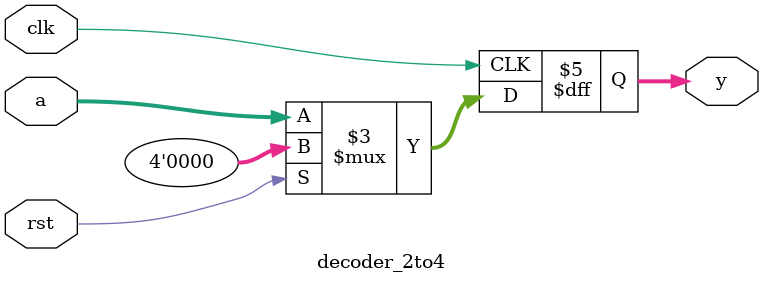
<source format=v>
/* 
 * Corevexis Semiconductor 
 * Example 8: DECODER 2TO4 
 */

module decoder_2to4 (
    input clk,
    input rst,
    input [3:0] a,
    output reg [3:0] y
);

always @(posedge clk) begin
    if(rst) y <= 4'b0;
    else y <= a; 
end

endmodule
</source>
